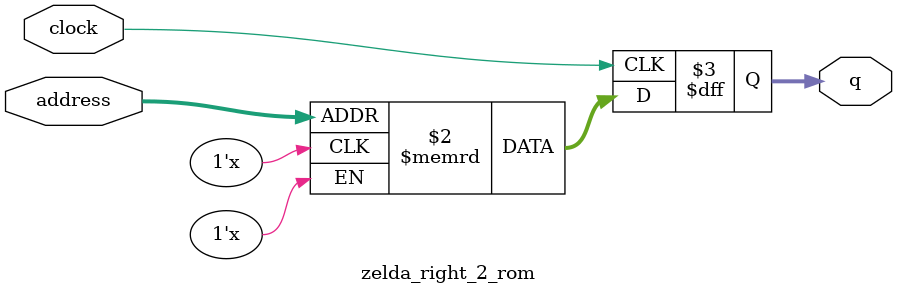
<source format=sv>
module zelda_right_2_rom (
	input logic clock,
	input logic [9:0] address,
	output logic [2:0] q
);

logic [2:0] memory [0:1023] /* synthesis ram_init_file = "./zelda_right_2/zelda_right_2.mif" */;

always_ff @ (posedge clock) begin
	q <= memory[address];
end

endmodule

</source>
